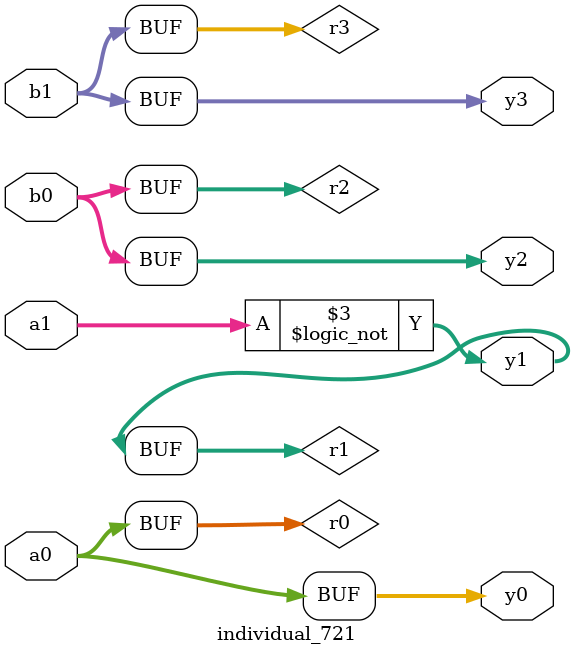
<source format=sv>
module individual_721(input logic [15:0] a1, input logic [15:0] a0, input logic [15:0] b1, input logic [15:0] b0, output logic [15:0] y3, output logic [15:0] y2, output logic [15:0] y1, output logic [15:0] y0);
logic [15:0] r0, r1, r2, r3; 
 always@(*) begin 
	 r0 = a0; r1 = a1; r2 = b0; r3 = b1; 
 	 r1  &=  a1 ;
 	 r1 = ! a1 ;
 	 y3 = r3; y2 = r2; y1 = r1; y0 = r0; 
end
endmodule
</source>
